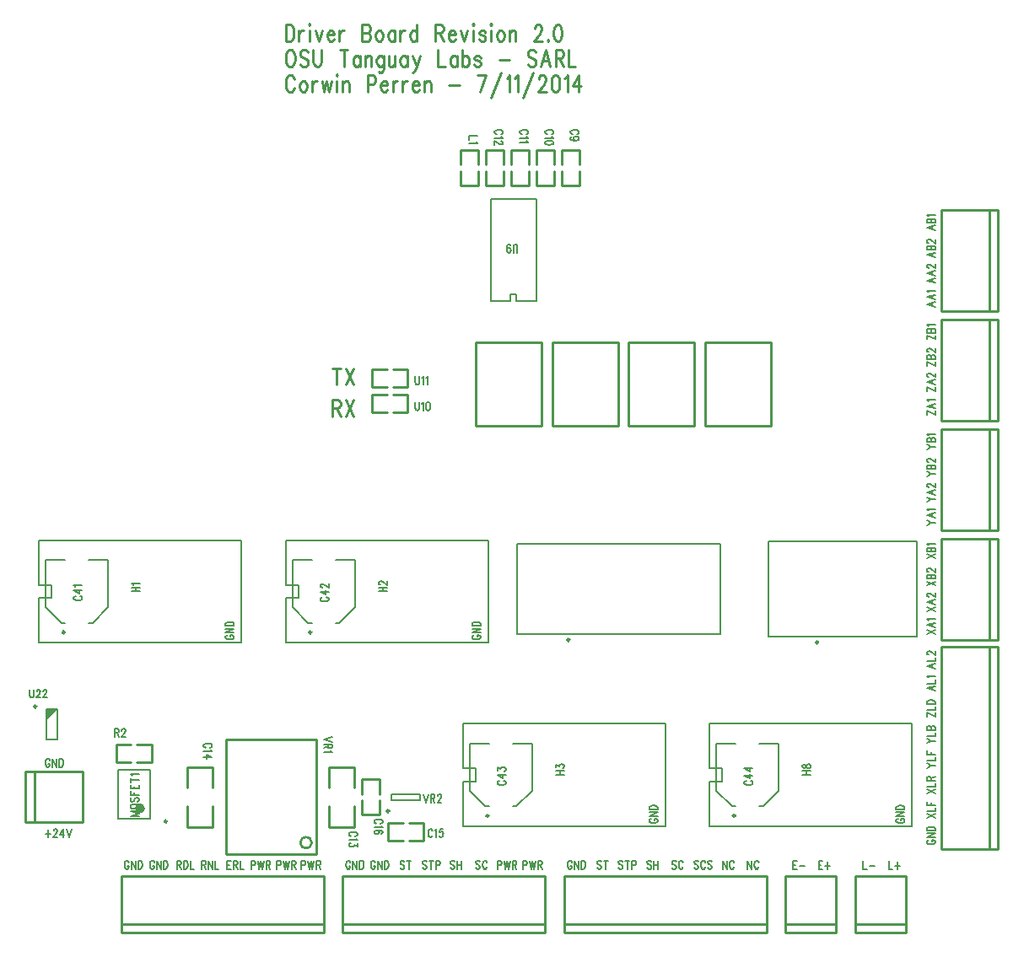
<source format=gto>
*
*
G04 PADS 9.5 Build Number: 522968 generated Gerber (RS-274-X) file*
G04 PC Version=2.1*
*
%IN "DriverBoardRev2.pcb"*%
*
%MOIN*%
*
%FSLAX35Y35*%
*
*
*
*
G04 PC Standard Apertures*
*
*
G04 Thermal Relief Aperture macro.*
%AMTER*
1,1,$1,0,0*
1,0,$1-$2,0,0*
21,0,$3,$4,0,0,45*
21,0,$3,$4,0,0,135*
%
*
*
G04 Annular Aperture macro.*
%AMANN*
1,1,$1,0,0*
1,0,$2,0,0*
%
*
*
G04 Odd Aperture macro.*
%AMODD*
1,1,$1,0,0*
1,0,$1-0.005,0,0*
%
*
*
G04 PC Custom Aperture Macros*
*
*
*
*
*
*
G04 PC Aperture Table*
*
%ADD010C,0.001*%
%ADD011C,0.01*%
%ADD012C,0.005*%
%ADD040C,0.00787*%
%ADD214C,0.01969*%
%ADD215C,0.00984*%
%ADD219C,0.00504*%
*
*
*
*
G04 PC Circuitry*
G04 Layer Name DriverBoardRev2.pcb - circuitry*
%LPD*%
*
*
G04 PC Custom Flashes*
G04 Layer Name DriverBoardRev2.pcb - flashes*
%LPD*%
*
*
G04 PC Circuitry*
G04 Layer Name DriverBoardRev2.pcb - circuitry*
%LPD*%
*
G54D10*
G54D11*
G01X362350Y246406D02*
Y286406D01*
X384850*
Y246406*
X362350*
X381350D02*
Y286406D01*
X362350Y203098D02*
Y243098D01*
X384850*
Y203098*
X362350*
X381350D02*
Y243098D01*
X362350Y159791D02*
Y199791D01*
X384850*
Y159791*
X362350*
X381350D02*
Y199791D01*
X362350Y116484D02*
Y156484D01*
X384850*
Y116484*
X362350*
X381350D02*
Y156484D01*
X362350Y33807D02*
Y113807D01*
X384850*
Y33807*
X362350*
X381350D02*
Y113807D01*
X328276Y23000D02*
X348276D01*
Y500*
X328276*
Y23000*
Y4000D02*
X348276D01*
X300776Y23000D02*
X320776D01*
Y500*
X300776*
Y23000*
Y4000D02*
X320776D01*
X269079Y233909D02*
X295079D01*
Y200909*
X269079*
Y233909*
X238843D02*
X264843D01*
Y200909*
X238843*
Y233909*
X213276Y23000D02*
X293276D01*
Y500*
X213276*
Y23000*
Y4000D02*
X293276D01*
X219276Y304200D02*
Y310000D01*
X212276*
Y304200*
X219276Y301800D02*
Y296000D01*
X212276*
Y301800*
X208606Y233909D02*
X234606D01*
Y200909*
X208606*
Y233909*
X202276Y301800D02*
Y296000D01*
X209276*
Y301800*
X202276Y304200D02*
Y310000D01*
X209276*
Y304200*
X192276Y301800D02*
Y296000D01*
X199276*
Y301800*
X192276Y304200D02*
Y310000D01*
X199276*
Y304200*
X182276Y301800D02*
Y296000D01*
X189276*
Y301800*
X182276Y304200D02*
Y310000D01*
X189276*
Y304200*
X178350Y233909D02*
X204350D01*
Y200909*
X178350*
Y233909*
X172276Y301800D02*
Y296000D01*
X179276*
Y301800*
X172276Y304200D02*
Y310000D01*
X179276*
Y304200*
X151976Y37000D02*
X157776D01*
Y44000*
X151976*
X149576Y37000D02*
X143776D01*
Y44000*
X149576*
X143237Y223252D02*
X137437D01*
Y216252*
X143237*
X145637Y223252D02*
X151437D01*
Y216252*
X145637*
X143237Y213252D02*
X137437D01*
Y206252*
X143237*
X145637Y213252D02*
X151437D01*
Y206252*
X145637*
X140526Y55450D02*
Y61250D01*
X133526*
Y55450*
X140526Y53050D02*
Y47250D01*
X133526*
Y53050*
X125776Y23000D02*
X205776D01*
Y500*
X125776*
Y23000*
Y4000D02*
X205776D01*
X130303Y58000D02*
Y66050D01*
X120303*
Y58000*
X130303Y50500D02*
Y42450D01*
X120303*
Y50500*
X79831Y31563D02*
Y76839D01*
X115264*
Y31563*
X79831*
X113531Y36201D02*
G75*
G03X113531I-2236J0D01*
G01X64526Y50500D02*
Y42450D01*
X74526*
Y50500*
X64526Y58000D02*
Y66050D01*
X74526*
Y58000*
X38276Y23000D02*
X118276D01*
Y500*
X38276*
Y23000*
Y4000D02*
X118276D01*
X42046Y75152D02*
X36246D01*
Y68152*
X42046*
X44446Y75152D02*
X50246D01*
Y68152*
X44446*
X23000Y64250D02*
Y44250D01*
X500*
Y64250*
X23000*
X4000D02*
Y44250D01*
X123351Y223795D02*
Y217232D01*
X121760Y223795D02*
X124942D01*
X126987D02*
X130169Y217232D01*
Y223795D02*
X126987Y217232D01*
X121760Y211196D02*
Y204634D01*
Y211196D02*
X123805D01*
X124487Y210884*
X124714Y210571*
X124942Y209946*
Y209321*
X124714Y208696*
X124487Y208384*
X123805Y208071*
X121760*
X123351D02*
X124942Y204634D01*
X126987Y211196D02*
X130169Y204634D01*
Y211196D02*
X126987Y204634D01*
X103276Y359563D02*
Y353000D01*
Y359563D02*
X104866D01*
X104866D02*
X105548Y359250D01*
X106003Y358625*
X106230Y358000*
X106457Y357063*
X106457D02*
Y355500D01*
X106230Y354563*
X106230D02*
X106003Y353938D01*
X106003D02*
X105548Y353313D01*
X105548D02*
X104866Y353000D01*
X104866D02*
X103276D01*
X108503Y357375D02*
Y353000D01*
Y355500D02*
X108730Y356438D01*
X108730D02*
X109185Y357063D01*
X109185D02*
X109639Y357375D01*
X110321*
X112366Y359563D02*
X112594Y359250D01*
X112821Y359563*
X112821D02*
X112594Y359875D01*
X112366Y359563*
X112594Y357375D02*
Y353000D01*
X114866Y357375D02*
X116230Y353000D01*
X117594Y357375D02*
X116230Y353000D01*
X119639Y355500D02*
X122366D01*
X122366D02*
Y356125D01*
X122366D02*
X122139Y356750D01*
X121912Y357063*
X121912D02*
X121457Y357375D01*
X120776*
X120321Y357063*
X120321D02*
X119866Y356438D01*
X119866D02*
X119639Y355500D01*
Y354875*
X119866Y353938*
X119866D02*
X120321Y353313D01*
X120321D02*
X120776Y353000D01*
X121457*
X121912Y353313*
X121912D02*
X122366Y353938D01*
X124412Y357375D02*
Y353000D01*
Y355500D02*
X124639Y356438D01*
X124639D02*
X125094Y357063D01*
X125094D02*
X125548Y357375D01*
X126230*
X133503Y359563D02*
Y353000D01*
Y359563D02*
X135548D01*
X135548D02*
X136230Y359250D01*
X136457Y358938*
X136457D02*
X136685Y358313D01*
X136685D02*
Y357688D01*
X136685D02*
X136457Y357063D01*
X136457D02*
X136230Y356750D01*
X135548Y356438*
X133503D02*
X135548D01*
X135548D02*
X136230Y356125D01*
X136457Y355813*
X136457D02*
X136685Y355188D01*
X136685D02*
Y354250D01*
X136457Y353625*
X136230Y353313*
X136230D02*
X135548Y353000D01*
X133503*
X139866Y357375D02*
X139412Y357063D01*
X139412D02*
X138957Y356438D01*
X138957D02*
X138730Y355500D01*
Y354875*
X138957Y353938*
X138957D02*
X139412Y353313D01*
X139412D02*
X139866Y353000D01*
X139866D02*
X140548D01*
X141003Y353313*
X141003D02*
X141457Y353938D01*
X141457D02*
X141685Y354875D01*
Y355500*
X141457Y356438*
X141457D02*
X141003Y357063D01*
X141003D02*
X140548Y357375D01*
X139866*
X146457D02*
Y353000D01*
Y356438D02*
X146003Y357063D01*
X146003D02*
X145548Y357375D01*
X144866*
X144866D02*
X144412Y357063D01*
X144412D02*
X143957Y356438D01*
X143957D02*
X143730Y355500D01*
Y354875*
X143957Y353938*
X143957D02*
X144412Y353313D01*
X144412D02*
X144866Y353000D01*
X144866D02*
X145548D01*
X146003Y353313*
X146003D02*
X146457Y353938D01*
X148503Y357375D02*
Y353000D01*
Y355500D02*
X148730Y356438D01*
X148730D02*
X149185Y357063D01*
X149185D02*
X149639Y357375D01*
X150321*
X155094Y359563D02*
Y353000D01*
Y356438D02*
X154639Y357063D01*
X154639D02*
X154185Y357375D01*
X153503*
X153048Y357063*
X153048D02*
X152594Y356438D01*
X152594D02*
X152366Y355500D01*
X152366D02*
Y354875D01*
X152366D02*
X152594Y353938D01*
X152594D02*
X153048Y353313D01*
X153048D02*
X153503Y353000D01*
X154185*
X154639Y353313*
X154639D02*
X155094Y353938D01*
X162366Y359563D02*
Y353000D01*
Y359563D02*
X164412D01*
X164412D02*
X165094Y359250D01*
X165321Y358938*
X165321D02*
X165548Y358313D01*
X165548D02*
Y357688D01*
X165548D02*
X165321Y357063D01*
X165321D02*
X165094Y356750D01*
X164412Y356438*
X164412D02*
X162366D01*
X163957D02*
X165548Y353000D01*
X167594Y355500D02*
X170321D01*
Y356125*
X170094Y356750*
X169866Y357063*
X169866D02*
X169412Y357375D01*
X168730*
X168276Y357063*
X168276D02*
X167821Y356438D01*
X167821D02*
X167594Y355500D01*
Y354875*
X167821Y353938*
X167821D02*
X168276Y353313D01*
X168276D02*
X168730Y353000D01*
X169412*
X169866Y353313*
X169866D02*
X170321Y353938D01*
X172366Y357375D02*
X173730Y353000D01*
X175094Y357375D02*
X173730Y353000D01*
X177139Y359563D02*
X177366Y359250D01*
X177366D02*
X177594Y359563D01*
X177594D02*
X177366Y359875D01*
X177366D02*
X177139Y359563D01*
X177366Y357375D02*
Y353000D01*
X182139Y356438D02*
X181912Y357063D01*
X181912D02*
X181230Y357375D01*
X180548*
X179866Y357063*
X179866D02*
X179639Y356438D01*
X179639D02*
X179866Y355813D01*
X179866D02*
X180321Y355500D01*
X181457Y355188*
X181457D02*
X181912Y354875D01*
X182139Y354250*
Y353938*
X182139D02*
X181912Y353313D01*
X181912D02*
X181230Y353000D01*
X180548*
X179866Y353313*
X179866D02*
X179639Y353938D01*
X184185Y359563D02*
X184412Y359250D01*
X184639Y359563*
X184639D02*
X184412Y359875D01*
X184185Y359563*
X184412Y357375D02*
Y353000D01*
X187821Y357375D02*
X187366Y357063D01*
X187366D02*
X186912Y356438D01*
X186912D02*
X186685Y355500D01*
Y354875*
X186912Y353938*
X186912D02*
X187366Y353313D01*
X187366D02*
X187821Y353000D01*
X188503*
X188957Y353313*
X188957D02*
X189412Y353938D01*
X189412D02*
X189639Y354875D01*
Y355500*
X189412Y356438*
X189412D02*
X188957Y357063D01*
X188957D02*
X188503Y357375D01*
X187821*
X191685D02*
Y353000D01*
Y356125D02*
X192366Y357063D01*
X192366D02*
X192821Y357375D01*
X193503*
X193957Y357063*
X193957D02*
X194185Y356125D01*
Y353000*
X201685Y358000D02*
Y358313D01*
X201685D02*
X201912Y358938D01*
X201912D02*
X202139Y359250D01*
X202594Y359563*
X202594D02*
X203503D01*
X203503D02*
X203957Y359250D01*
X204185Y358938*
X204185D02*
X204412Y358313D01*
X204412D02*
Y357688D01*
X204412D02*
X204185Y357063D01*
X204185D02*
X203730Y356125D01*
X201457Y353000*
X204639*
X206912Y353625D02*
X206685Y353313D01*
X206685D02*
X206912Y353000D01*
X207139Y353313*
X207139D02*
X206912Y353625D01*
X210548Y359563D02*
X209866Y359250D01*
X209866D02*
X209412Y358313D01*
X209412D02*
X209185Y356750D01*
Y355813*
X209185D02*
X209412Y354250D01*
X209866Y353313*
X209866D02*
X210548Y353000D01*
X211003*
X211685Y353313*
X211685D02*
X212139Y354250D01*
X212366Y355813*
X212366D02*
Y356750D01*
X212366D02*
X212139Y358313D01*
X212139D02*
X211685Y359250D01*
X211003Y359563*
X211003D02*
X210548D01*
X104639Y349563D02*
X104185Y349250D01*
X103730Y348625*
X103503Y348000*
X103276Y347063*
X103276D02*
Y345500D01*
X103503Y344563*
X103503D02*
X103730Y343938D01*
X103730D02*
X104185Y343313D01*
X104185D02*
X104639Y343000D01*
X105548*
X106003Y343313*
X106003D02*
X106457Y343938D01*
X106457D02*
X106685Y344563D01*
X106685D02*
X106912Y345500D01*
Y347063*
X106912D02*
X106685Y348000D01*
X106457Y348625*
X106003Y349250*
X105548Y349563*
X105548D02*
X104639D01*
X112139Y348625D02*
X111685Y349250D01*
X111003Y349563*
X111003D02*
X110094D01*
X110094D02*
X109412Y349250D01*
X108957Y348625*
Y348000*
X109185Y347375*
X109412Y347063*
X109412D02*
X109866Y346750D01*
X109866D02*
X111230Y346125D01*
X111685Y345813*
X111685D02*
X111912Y345500D01*
X112139Y344875*
Y343938*
X112139D02*
X111685Y343313D01*
X111685D02*
X111003Y343000D01*
X110094*
X109412Y343313*
X109412D02*
X108957Y343938D01*
X114185Y349563D02*
Y344875D01*
X114412Y343938*
X114412D02*
X114866Y343313D01*
X114866D02*
X115548Y343000D01*
X116003*
X116685Y343313*
X116685D02*
X117139Y343938D01*
X117139D02*
X117366Y344875D01*
X117366D02*
Y349563D01*
X126230D02*
Y343000D01*
X124639Y349563D02*
X127821D01*
X132594Y347375D02*
Y343000D01*
Y346438D02*
X132139Y347063D01*
X132139D02*
X131685Y347375D01*
X131003*
X130548Y347063*
X130548D02*
X130094Y346438D01*
X130094D02*
X129866Y345500D01*
X129866D02*
Y344875D01*
X129866D02*
X130094Y343938D01*
X130094D02*
X130548Y343313D01*
X130548D02*
X131003Y343000D01*
X131685*
X132139Y343313*
X132139D02*
X132594Y343938D01*
X134639Y347375D02*
Y343000D01*
Y346125D02*
X135321Y347063D01*
X135321D02*
X135776Y347375D01*
X136457*
X136912Y347063*
X136912D02*
X137139Y346125D01*
Y343000*
X141912Y347375D02*
Y342375D01*
X141685Y341437*
X141685D02*
X141457Y341125D01*
X141003Y340812*
X141003D02*
X140321D01*
X140321D02*
X139866Y341125D01*
X141912Y346438D02*
X141457Y347063D01*
X141457D02*
X141003Y347375D01*
X140321*
X139866Y347063*
X139866D02*
X139412Y346438D01*
X139412D02*
X139185Y345500D01*
Y344875*
X139412Y343938*
X139412D02*
X139866Y343313D01*
X139866D02*
X140321Y343000D01*
X141003*
X141457Y343313*
X141457D02*
X141912Y343938D01*
X143957Y347375D02*
Y344250D01*
X144185Y343313*
X144185D02*
X144639Y343000D01*
X145321*
X145776Y343313*
X145776D02*
X146457Y344250D01*
Y347375D02*
Y343000D01*
X151230Y347375D02*
Y343000D01*
Y346438D02*
X150776Y347063D01*
X150776D02*
X150321Y347375D01*
X149639*
X149185Y347063*
X149185D02*
X148730Y346438D01*
X148730D02*
X148503Y345500D01*
Y344875*
X148730Y343938*
X148730D02*
X149185Y343313D01*
X149185D02*
X149639Y343000D01*
X150321*
X150776Y343313*
X150776D02*
X151230Y343938D01*
X153503Y347375D02*
X154866Y343000D01*
X156230Y347375D02*
X154866Y343000D01*
X154866D02*
X154412Y341750D01*
X153957Y341125*
X153503Y340812*
X153503D02*
X153276D01*
X163503Y349563D02*
Y343000D01*
X166230*
X171003Y347375D02*
Y343000D01*
Y346438D02*
X170548Y347063D01*
X170548D02*
X170094Y347375D01*
X169412*
X168957Y347063*
X168957D02*
X168503Y346438D01*
X168503D02*
X168276Y345500D01*
Y344875*
X168503Y343938*
X168503D02*
X168957Y343313D01*
X168957D02*
X169412Y343000D01*
X170094*
X170548Y343313*
X170548D02*
X171003Y343938D01*
X173048Y349563D02*
Y343000D01*
Y346438D02*
X173503Y347063D01*
X173503D02*
X173957Y347375D01*
X174639*
X175094Y347063*
X175094D02*
X175548Y346438D01*
X175548D02*
X175776Y345500D01*
Y344875*
X175548Y343938*
X175548D02*
X175094Y343313D01*
X175094D02*
X174639Y343000D01*
X173957*
X173503Y343313*
X173503D02*
X173048Y343938D01*
X180321Y346438D02*
X180094Y347063D01*
X180094D02*
X179412Y347375D01*
X178730*
X178048Y347063*
X178048D02*
X177821Y346438D01*
X177821D02*
X178048Y345813D01*
X178048D02*
X178503Y345500D01*
X179639Y345188*
X179639D02*
X180094Y344875D01*
X180321Y344250*
Y343938*
X180321D02*
X180094Y343313D01*
X180094D02*
X179412Y343000D01*
X178730*
X178048Y343313*
X178048D02*
X177821Y343938D01*
X187594Y345813D02*
X191685D01*
X202139Y348625D02*
X201685Y349250D01*
X201003Y349563*
X201003D02*
X200094D01*
X200094D02*
X199412Y349250D01*
X198957Y348625*
Y348000*
X199185Y347375*
X199412Y347063*
X199412D02*
X199866Y346750D01*
X199866D02*
X201230Y346125D01*
X201685Y345813*
X201685D02*
X201912Y345500D01*
X202139Y344875*
Y343938*
X202139D02*
X201685Y343313D01*
X201685D02*
X201003Y343000D01*
X200094*
X199412Y343313*
X199412D02*
X198957Y343938D01*
X206003Y349563D02*
X204185Y343000D01*
X206003Y349563D02*
X207821Y343000D01*
X204866Y345188D02*
X207139D01*
X209866Y349563D02*
Y343000D01*
Y349563D02*
X211912D01*
X211912D02*
X212594Y349250D01*
X212821Y348938*
X212821D02*
X213048Y348313D01*
X213048D02*
Y347688D01*
X213048D02*
X212821Y347063D01*
X212821D02*
X212594Y346750D01*
X211912Y346438*
X211912D02*
X209866D01*
X211457D02*
X213048Y343000D01*
X215094Y349563D02*
Y343000D01*
X217821*
X106685Y338000D02*
X106457Y338625D01*
X106003Y339250*
X105548Y339563*
X105548D02*
X104639D01*
X104639D02*
X104185Y339250D01*
X103730Y338625*
X103503Y338000*
X103276Y337063*
X103276D02*
Y335500D01*
X103503Y334563*
X103503D02*
X103730Y333938D01*
X103730D02*
X104185Y333313D01*
X104185D02*
X104639Y333000D01*
X105548*
X106003Y333313*
X106003D02*
X106457Y333938D01*
X106457D02*
X106685Y334563D01*
X109866Y337375D02*
X109412Y337063D01*
X109412D02*
X108957Y336438D01*
X108957D02*
X108730Y335500D01*
Y334875*
X108957Y333938*
X108957D02*
X109412Y333313D01*
X109412D02*
X109866Y333000D01*
X109866D02*
X110548D01*
X111003Y333313*
X111003D02*
X111457Y333938D01*
X111457D02*
X111685Y334875D01*
Y335500*
X111457Y336438*
X111457D02*
X111003Y337063D01*
X111003D02*
X110548Y337375D01*
X109866*
X113730D02*
Y333000D01*
Y335500D02*
X113957Y336438D01*
X113957D02*
X114412Y337063D01*
X114412D02*
X114866Y337375D01*
X114866D02*
X115548D01*
X117594D02*
X118503Y333000D01*
X119412Y337375D02*
X118503Y333000D01*
X119412Y337375D02*
X120321Y333000D01*
X121230Y337375D02*
X120321Y333000D01*
X123276Y339563D02*
X123503Y339250D01*
X123730Y339563*
X123730D02*
X123503Y339875D01*
X123276Y339563*
X123503Y337375D02*
Y333000D01*
X125776Y337375D02*
Y333000D01*
Y336125D02*
X126457Y337063D01*
X126457D02*
X126912Y337375D01*
X127594*
X128048Y337063*
X128048D02*
X128276Y336125D01*
Y333000*
X135548Y339563D02*
Y333000D01*
Y339563D02*
X137594D01*
X137594D02*
X138276Y339250D01*
X138503Y338938*
X138503D02*
X138730Y338313D01*
X138730D02*
Y337375D01*
X138503Y336750*
X138276Y336438*
X138276D02*
X137594Y336125D01*
X135548*
X140776Y335500D02*
X143503D01*
Y336125*
X143276Y336750*
X143048Y337063*
X143048D02*
X142594Y337375D01*
X141912*
X141457Y337063*
X141457D02*
X141003Y336438D01*
X141003D02*
X140776Y335500D01*
Y334875*
X141003Y333938*
X141003D02*
X141457Y333313D01*
X141457D02*
X141912Y333000D01*
X142594*
X143048Y333313*
X143048D02*
X143503Y333938D01*
X145548Y337375D02*
Y333000D01*
Y335500D02*
X145776Y336438D01*
X145776D02*
X146230Y337063D01*
X146230D02*
X146685Y337375D01*
X147366*
X149412D02*
Y333000D01*
Y335500D02*
X149639Y336438D01*
X149639D02*
X150094Y337063D01*
X150094D02*
X150548Y337375D01*
X151230*
X153276Y335500D02*
X156003D01*
Y336125*
X155776Y336750*
X155548Y337063*
X155548D02*
X155094Y337375D01*
X154412*
X153957Y337063*
X153957D02*
X153503Y336438D01*
X153503D02*
X153276Y335500D01*
Y334875*
X153503Y333938*
X153503D02*
X153957Y333313D01*
X153957D02*
X154412Y333000D01*
X155094*
X155548Y333313*
X155548D02*
X156003Y333938D01*
X158048Y337375D02*
Y333000D01*
Y336125D02*
X158730Y337063D01*
X158730D02*
X159185Y337375D01*
X159866*
X159866D02*
X160321Y337063D01*
X160321D02*
X160548Y336125D01*
Y333000*
X167821Y335813D02*
X171912D01*
X182366Y339563D02*
X180094Y333000D01*
X179185Y339563D02*
X182366D01*
X188503Y340813D02*
X184412Y330812D01*
X190548Y338313D02*
X191003Y338625D01*
X191685Y339563*
X191685D02*
Y333000D01*
X193730Y338313D02*
X194185Y338625D01*
X194866Y339563*
X194866D02*
Y333000D01*
X201003Y340813D02*
X196912Y330812D01*
X203276Y338000D02*
Y338313D01*
X203276D02*
X203503Y338938D01*
X203503D02*
X203730Y339250D01*
X204185Y339563*
X204185D02*
X205094D01*
X205094D02*
X205548Y339250D01*
X205776Y338938*
X205776D02*
X206003Y338313D01*
X206003D02*
Y337688D01*
X206003D02*
X205776Y337063D01*
X205776D02*
X205321Y336125D01*
X203048Y333000*
X206230*
X209639Y339563D02*
X208957Y339250D01*
X208503Y338313*
X208503D02*
X208276Y336750D01*
Y335813*
X208276D02*
X208503Y334250D01*
X208957Y333313*
X208957D02*
X209639Y333000D01*
X210094*
X210776Y333313*
X210776D02*
X211230Y334250D01*
X211457Y335813*
X211457D02*
Y336750D01*
X211230Y338313*
X211230D02*
X210776Y339250D01*
X210094Y339563*
X210094D02*
X209639D01*
X213503Y338313D02*
X213957Y338625D01*
X214639Y339563*
X214639D02*
Y333000D01*
X218957Y339563D02*
X216685Y335188D01*
X216685D02*
X220094D01*
X218957Y339563D02*
Y333000D01*
G54D12*
X345276Y45705D02*
X344963Y45591D01*
X344651Y45364*
X344494Y45136*
Y44682*
X344651Y44455*
X344963Y44227*
X345276Y44114*
X345744Y44000*
X346526*
X346994Y44114*
X347307Y44227*
X347619Y44455*
X347776Y44682*
Y45136*
X347619Y45364*
X347307Y45591*
X346994Y45705*
X346526*
Y45136D02*
Y45705D01*
X344494Y46727D02*
X347776D01*
X344494D02*
X347776Y48318D01*
X344494D02*
X347776D01*
X344494Y49341D02*
X347776D01*
X344494D02*
Y50136D01*
X344651Y50477*
X344963Y50705*
X345276Y50818*
X345744Y50932*
X346526*
X346994Y50818*
X347307Y50705*
X347619Y50477*
X347776Y50136*
Y49341*
X247776Y45705D02*
X247463Y45591D01*
X247151Y45364*
X246994Y45136*
Y44682*
X247151Y44455*
X247463Y44227*
X247776Y44114*
X248244Y44000*
X249026*
X249494Y44114*
X249807Y44227*
X250119Y44455*
X250276Y44682*
Y45136*
X250119Y45364*
X249807Y45591*
X249494Y45705*
X249026*
Y45136D02*
Y45705D01*
X246994Y46727D02*
X250276D01*
X246994D02*
X250276Y48318D01*
X246994D02*
X250276D01*
X246994Y49341D02*
X250276D01*
X246994D02*
Y50136D01*
X247151Y50477*
X247463Y50705*
X247776Y50818*
X248244Y50932*
X249026*
X249494Y50818*
X249807Y50705*
X250119Y50477*
X250276Y50136*
Y49341*
X177776Y118205D02*
X177463Y118091D01*
X177151Y117864*
X176994Y117636*
Y117182*
X177151Y116955*
X177463Y116727*
X177776Y116614*
X178244Y116500*
X179026*
X179494Y116614*
X179807Y116727*
X180119Y116955*
X180276Y117182*
Y117636*
X180119Y117864*
X179807Y118091*
X179494Y118205*
X179026*
Y117636D02*
Y118205D01*
X176994Y119227D02*
X180276D01*
X176994D02*
X180276Y120818D01*
X176994D02*
X180276D01*
X176994Y121841D02*
X180276D01*
X176994D02*
Y122636D01*
X177151Y122977*
X177463Y123205*
X177776Y123318*
X178244Y123432*
X179026*
X179494Y123318*
X179807Y123205*
X180119Y122977*
X180276Y122636*
Y121841*
X80276Y118205D02*
X79963Y118091D01*
X79651Y117864*
X79494Y117636*
Y117182*
X79651Y116955*
X79963Y116727*
X80276Y116614*
X80744Y116500*
X81526*
X81994Y116614*
X82307Y116727*
X82619Y116955*
X82776Y117182*
Y117636*
X82619Y117864*
X82307Y118091*
X81994Y118205*
X81526*
Y117636D02*
Y118205D01*
X79494Y119227D02*
X82776D01*
X79494D02*
X82776Y120818D01*
X79494D02*
X82776D01*
X79494Y121841D02*
X82776D01*
X79494D02*
Y122636D01*
X79651Y122977*
X79963Y123205*
X80276Y123318*
X80744Y123432*
X81526*
X81994Y123318*
X82307Y123205*
X82619Y122977*
X82776Y122636*
Y121841*
X285229Y60648D02*
X284916Y60534D01*
X284604Y60307*
X284447Y60080*
Y59625*
X284604Y59398*
X284916Y59170*
X285229Y59057*
X285697Y58943*
X286479*
X286947Y59057*
X287260Y59170*
X287572Y59398*
X287729Y59625*
Y60080*
X287572Y60307*
X287260Y60534*
X286947Y60648*
X284447Y62807D02*
X286635Y61670D01*
Y63375*
X284447Y62807D02*
X287729D01*
X284447Y65534D02*
X286635Y64398D01*
Y66102*
X284447Y65534D02*
X287729D01*
X307494Y63000D02*
X310776D01*
X307494Y64591D02*
X310776D01*
X309057Y63000D02*
Y64591D01*
X307494Y66182D02*
X307651Y65841D01*
X307963Y65727*
X308276*
X308588Y65841*
X308744Y66068*
X308901Y66523*
X309057Y66864*
X309369Y67091*
X309682Y67205*
X310151*
X310463Y67091*
X310619Y66977*
X310776Y66636*
Y66182*
X310619Y65841*
X310463Y65727*
X310151Y65614*
X309682*
X309369Y65727*
X309057Y65955*
X308901Y66295*
X308744Y66750*
X308588Y66977*
X308276Y67091*
X307963*
X307651Y66977*
X307494Y66636*
Y66182*
X218276Y316295D02*
X218588Y316409D01*
X218901Y316636*
X219057Y316864*
Y317318*
X218901Y317545*
X218588Y317773*
X218276Y317886*
X217807Y318000*
X217026*
X216557Y317886*
X216244Y317773*
X215932Y317545*
X215776Y317318*
Y316864*
X215932Y316636*
X216244Y316409*
X216557Y316295*
X217963Y313795D02*
X217494Y313909D01*
X217182Y314136*
X217026Y314477*
Y314591*
X217182Y314932*
X217494Y315159*
X217963Y315273*
X218119*
X218588Y315159*
X218901Y314932*
X219057Y314591*
Y314477*
X218901Y314136*
X218588Y313909*
X217963Y313795*
X217182*
X216401Y313909*
X215932Y314136*
X215776Y314477*
Y314705*
X215932Y315045*
X216244Y315159*
X208276Y316295D02*
X208588Y316409D01*
X208901Y316636*
X209057Y316864*
Y317318*
X208901Y317545*
X208588Y317773*
X208276Y317886*
X207807Y318000*
X207026*
X206557Y317886*
X206244Y317773*
X205932Y317545*
X205776Y317318*
Y316864*
X205932Y316636*
X206244Y316409*
X206557Y316295*
X208432Y315273D02*
X208588Y315045D01*
X209057Y314705*
X205776*
X209057Y313000D02*
X208901Y313341D01*
X208432Y313568*
X207651Y313682*
X207182*
X206401Y313568*
X205932Y313341*
X205776Y313000*
Y312773*
X205932Y312432*
X206401Y312205*
X207182Y312091*
X207651*
X208432Y312205*
X208901Y312432*
X209057Y312773*
Y313000*
X198276Y316295D02*
X198588Y316409D01*
X198901Y316636*
X199057Y316864*
Y317318*
X198901Y317545*
X198588Y317773*
X198276Y317886*
X197807Y318000*
X197026*
X196557Y317886*
X196244Y317773*
X195932Y317545*
X195776Y317318*
Y316864*
X195932Y316636*
X196244Y316409*
X196557Y316295*
X198432Y315273D02*
X198588Y315045D01*
X199057Y314705*
X195776*
X198432Y313682D02*
X198588Y313455D01*
X199057Y313114*
X195776*
X194831Y269384D02*
Y271728D01*
X194717Y272197*
X194490Y272509*
X194149Y272665*
X193922*
X193581Y272509*
X193353Y272197*
X193240Y271728*
Y269384*
X190740Y270478D02*
X190853Y270947D01*
X191081Y271259*
X191422Y271415*
X191535*
X191876Y271259*
X192103Y270947*
X192217Y270478*
Y270322*
X192103Y269853*
X191876Y269540*
X191535Y269384*
X191422*
X191081Y269540*
X190853Y269853*
X190740Y270478*
Y271259*
X190853Y272040*
X191081Y272509*
X191422Y272665*
X191649*
X191990Y272509*
X192103Y272197*
X188276Y316295D02*
X188588Y316409D01*
X188901Y316636*
X189057Y316864*
Y317318*
X188901Y317545*
X188588Y317773*
X188276Y317886*
X187807Y318000*
X187026*
X186557Y317886*
X186244Y317773*
X185932Y317545*
X185776Y317318*
Y316864*
X185932Y316636*
X186244Y316409*
X186557Y316295*
X188432Y315273D02*
X188588Y315045D01*
X189057Y314705*
X185776*
X188276Y313568D02*
X188432D01*
X188744Y313455*
X188901Y313341*
X189057Y313114*
Y312659*
X188901Y312432*
X188744Y312318*
X188432Y312205*
X188119*
X187807Y312318*
X187338Y312545*
X185776Y313682*
Y312091*
X187729Y60705D02*
X187416Y60591D01*
X187104Y60364*
X186947Y60136*
Y59682*
X187104Y59455*
X187416Y59227*
X187729Y59114*
X188197Y59000*
X188979*
X189447Y59114*
X189760Y59227*
X190072Y59455*
X190229Y59682*
Y60136*
X190072Y60364*
X189760Y60591*
X189447Y60705*
X186947Y62864D02*
X189135Y61727D01*
Y63432*
X186947Y62864D02*
X190229D01*
X186947Y64682D02*
Y65932D01*
X188197Y65250*
Y65591*
X188354Y65818*
X188510Y65932*
X188979Y66045*
X189291*
X189760Y65932*
X190072Y65705*
X190229Y65364*
Y65023*
X190072Y64682*
X189916Y64568*
X189604Y64455*
X209994Y63000D02*
X213276D01*
X209994Y64591D02*
X213276D01*
X211557Y63000D02*
Y64591D01*
X209994Y65841D02*
Y67091D01*
X211244Y66409*
Y66750*
X211401Y66977*
X211557Y67091*
X212026Y67205*
X212338*
X212807Y67091*
X213119Y66864*
X213276Y66523*
Y66182*
X213119Y65841*
X212963Y65727*
X212651Y65614*
X179057Y315500D02*
X175776D01*
Y314136*
X178432Y313114D02*
X178588Y312886D01*
X179057Y312545*
X175776*
X161260Y40835D02*
X161146Y41147D01*
X160919Y41460*
X160691Y41616*
X160237*
X160010Y41460*
X159782Y41147*
X159669Y40835*
X159555Y40366*
Y39585*
X159669Y39116*
X159782Y38803*
X160010Y38491*
X160237Y38335*
X160691*
X160919Y38491*
X161146Y38803*
X161260Y39116*
X162282Y40991D02*
X162510Y41147D01*
X162851Y41616*
Y38335*
X165351Y41616D02*
X164214D01*
X164101Y40210*
X164214Y40366*
X164555Y40522*
X164896*
X165237Y40366*
X165464Y40053*
X165578Y39585*
X165464Y39272*
X165351Y38803*
X165123Y38491*
X164782Y38335*
X164441*
X164101Y38491*
X163987Y38647*
X163873Y38960*
X157760Y55346D02*
X158669Y52065D01*
X159578Y55346D02*
X158669Y52065D01*
X160601Y55346D02*
Y52065D01*
Y55346D02*
X161623D01*
X161964Y55190*
X162078Y55033*
X162192Y54721*
Y54408*
X162078Y54096*
X161964Y53940*
X161623Y53783*
X160601*
X161396D02*
X162192Y52065D01*
X163328Y54565D02*
Y54721D01*
X163442Y55033*
X163555Y55190*
X163783Y55346*
X164237*
X164464Y55190*
X164578Y55033*
X164692Y54721*
Y54408*
X164578Y54096*
X164351Y53627*
X163214Y52065*
X164805*
X154516Y220514D02*
Y218170D01*
X154629Y217701*
X154857Y217389*
X155198Y217232*
X155425*
X155766Y217389*
X155993Y217701*
X156107Y218170*
Y220514*
X157129Y219889D02*
X157357Y220045D01*
X157698Y220514*
Y217232*
X158720Y219889D02*
X158948Y220045D01*
X159288Y220514*
Y217232*
X154516Y210435D02*
Y208091D01*
X154629Y207622*
X154857Y207310*
X155198Y207154*
X155425*
X155766Y207310*
X155993Y207622*
X156107Y208091*
Y210435*
X157129Y209810D02*
X157357Y209966D01*
X157698Y210435*
Y207154*
X159402Y210435D02*
X159061Y210279D01*
X158834Y209810*
X158720Y209029*
Y208560*
X158834Y207779*
X159061Y207310*
X159402Y207154*
X159629*
X159970Y207310*
X160198Y207779*
X160311Y208560*
Y209029*
X160198Y209810*
X159970Y210279*
X159629Y210435*
X159402*
X140795Y43746D02*
X141108Y43860D01*
X141420Y44087*
X141577Y44314*
Y44769*
X141420Y44996*
X141108Y45224*
X140795Y45337*
X140327Y45451*
X139545*
X139077Y45337*
X138764Y45224*
X138452Y44996*
X138295Y44769*
Y44314*
X138452Y44087*
X138764Y43860*
X139077Y43746*
X140952Y42724D02*
X141108Y42496D01*
X141577Y42155*
X138295*
X141108Y39769D02*
X141420Y39883D01*
X141577Y40224*
Y40451*
X141420Y40792*
X140952Y41019*
X140170Y41133*
X139389*
X138764Y41019*
X138452Y40792*
X138295Y40451*
Y40337*
X138452Y39996*
X138764Y39769*
X139233Y39655*
X139389*
X139858Y39769*
X140170Y39996*
X140327Y40337*
Y40451*
X140170Y40792*
X139858Y41019*
X139389Y41133*
X130795Y38746D02*
X131108Y38860D01*
X131420Y39087*
X131577Y39314*
Y39769*
X131420Y39996*
X131108Y40224*
X130795Y40337*
X130327Y40451*
X129545*
X129077Y40337*
X128764Y40224*
X128452Y39996*
X128295Y39769*
Y39314*
X128452Y39087*
X128764Y38860*
X129077Y38746*
X130952Y37724D02*
X131108Y37496D01*
X131577Y37155*
X128295*
X131577Y35905D02*
Y34655D01*
X130327Y35337*
Y34996*
X130170Y34769*
X130014Y34655*
X129545Y34542*
X129233*
X128764Y34655*
X128452Y34883*
X128295Y35224*
Y35564*
X128452Y35905*
X128608Y36019*
X128920Y36133*
X117729Y133205D02*
X117416Y133091D01*
X117104Y132864*
X116947Y132636*
Y132182*
X117104Y131955*
X117416Y131727*
X117729Y131614*
X118197Y131500*
X118979*
X119447Y131614*
X119760Y131727*
X120072Y131955*
X120229Y132182*
Y132636*
X120072Y132864*
X119760Y133091*
X119447Y133205*
X116947Y135364D02*
X119135Y134227D01*
Y135932*
X116947Y135364D02*
X120229D01*
X117729Y137068D02*
X117572D01*
X117260Y137182*
X117104Y137295*
X116947Y137523*
Y137977*
X117104Y138205*
X117260Y138318*
X117572Y138432*
X117885*
X118197Y138318*
X118666Y138091*
X120229Y136955*
Y138545*
X139994Y135500D02*
X143276D01*
X139994Y137091D02*
X143276D01*
X141557Y135500D02*
Y137091D01*
X140776Y138227D02*
X140619D01*
X140307Y138341*
X140151Y138455*
X139994Y138682*
Y139136*
X140151Y139364*
X140307Y139477*
X140619Y139591*
X140932*
X141244Y139477*
X141713Y139250*
X143276Y138114*
Y139705*
X121577Y77951D02*
X118295Y77042D01*
X121577Y76133D02*
X118295Y77042D01*
X121577Y75110D02*
X118295D01*
X121577D02*
Y74087D01*
X121420Y73746*
X121264Y73633*
X120952Y73519*
X120639*
X120327Y73633*
X120170Y73746*
X120014Y74087*
Y75110*
Y74314D02*
X118295Y73519D01*
X120952Y72496D02*
X121108Y72269D01*
X121577Y71928*
X118295*
X73295Y73746D02*
X73608Y73860D01*
X73920Y74087*
X74077Y74314*
Y74769*
X73920Y74996*
X73608Y75224*
X73295Y75337*
X72827Y75451*
X72045*
X71577Y75337*
X71264Y75224*
X70952Y74996*
X70795Y74769*
Y74314*
X70952Y74087*
X71264Y73860*
X71577Y73746*
X73452Y72724D02*
X73608Y72496D01*
X74077Y72155*
X70795*
X74077Y69996D02*
X71889Y71133D01*
Y69428*
X74077Y69996D02*
X70795D01*
X35795Y81232D02*
Y77951D01*
Y81232D02*
X36818D01*
X37159Y81076*
X37273Y80920*
X37386Y80607*
Y80295*
X37273Y79982*
X37159Y79826*
X36818Y79670*
X35795*
X36591D02*
X37386Y77951D01*
X38523Y80451D02*
Y80607D01*
X38636Y80920*
X38750Y81076*
X38977Y81232*
X39432*
X39659Y81076*
X39773Y80920*
X39886Y80607*
Y80295*
X39773Y79982*
X39545Y79513*
X38409Y77951*
X40000*
X41967Y46735D02*
X45248D01*
X41967D02*
X45248Y47644D01*
X41967Y48553D02*
X45248Y47644D01*
X41967Y48553D02*
X45248D01*
X41967Y50258D02*
X42123Y50030D01*
X42436Y49803*
X42748Y49689*
X43217Y49576*
X43998*
X44467Y49689*
X44780Y49803*
X45092Y50030*
X45248Y50258*
Y50712*
X45092Y50939*
X44780Y51167*
X44467Y51280*
X43998Y51394*
X43217*
X42748Y51280*
X42436Y51167*
X42123Y50939*
X41967Y50712*
Y50258*
X42436Y54008D02*
X42123Y53780D01*
X41967Y53439*
Y52985*
X42123Y52644*
X42436Y52417*
X42748*
X43061Y52530*
X43217Y52644*
X43373Y52871*
X43686Y53553*
X43842Y53780*
X43998Y53894*
X44311Y54008*
X44780*
X45092Y53780*
X45248Y53439*
Y52985*
X45092Y52644*
X44780Y52417*
X41967Y55030D02*
X45248D01*
X41967D02*
Y56508D01*
X43530Y55030D02*
Y55939D01*
X41967Y57530D02*
X45248D01*
X41967D02*
Y59008D01*
X43530Y57530D02*
Y58439D01*
X45248Y57530D02*
Y59008D01*
X41967Y60826D02*
X45248D01*
X41967Y60030D02*
Y61621D01*
X42592Y62644D02*
X42436Y62871D01*
X41967Y63212*
X45248*
X20229Y133716D02*
X19916Y133602D01*
X19604Y133375*
X19447Y133148*
Y132693*
X19604Y132466*
X19916Y132239*
X20229Y132125*
X20697Y132011*
X21479*
X21947Y132125*
X22260Y132239*
X22572Y132466*
X22729Y132693*
Y133148*
X22572Y133375*
X22260Y133602*
X21947Y133716*
X19447Y135875D02*
X21635Y134739D01*
Y136443*
X19447Y135875D02*
X22729D01*
X20072Y137466D02*
X19916Y137693D01*
X19447Y138034*
X22729*
X42494Y135500D02*
X45776D01*
X42494Y137091D02*
X45776D01*
X44057Y135500D02*
Y137091D01*
X43119Y138114D02*
X42963Y138341D01*
X42494Y138682*
X45776*
X2159Y96779D02*
Y94435D01*
X2273Y93966*
X2500Y93654*
X2841Y93498*
X3068*
X3409Y93654*
X3636Y93966*
X3750Y94435*
Y96779*
X4886Y95998D02*
Y96154D01*
X5000Y96466*
X5113Y96623*
X5341Y96779*
X5795*
X6023Y96623*
X6136Y96466*
X6250Y96154*
Y95841*
X6136Y95529*
X5909Y95060*
X4773Y93498*
X6363*
X7500Y95998D02*
Y96154D01*
X7613Y96466*
X7727Y96623*
X7954Y96779*
X8409*
X8636Y96623*
X8750Y96466*
X8863Y96154*
Y95841*
X8750Y95529*
X8523Y95060*
X7386Y93498*
X8977*
G54D40*
X293925Y155461D02*
X352587D01*
X293925Y117665D02*
X352587D01*
X293925D02*
Y155461D01*
X352587Y117665D02*
Y155461D01*
X281051Y75402D02*
X273374D01*
Y56799*
X279575Y50598*
X281051*
X290500Y75402D02*
X298177D01*
Y56799*
X291976Y50598*
X290500*
X270776Y42693D02*
Y60462D01*
X275776*
Y65538*
X270776*
Y83307*
X350776*
Y42693*
X270776*
X194831Y154476D02*
X275146D01*
X194831Y118650D02*
X275146D01*
X194831D02*
Y154476D01*
X275146Y118650D02*
Y154476D01*
X202331Y250421D02*
X194407D01*
Y252931*
X192144*
Y250421*
X184220*
Y290579*
X202331*
Y250421*
X183551Y75402D02*
X175874D01*
Y56799*
X182075Y50598*
X183551*
X193000Y75402D02*
X200677D01*
Y56799*
X194476Y50598*
X193000*
X173276Y42693D02*
Y60462D01*
X178276*
Y65538*
X173276*
Y83307*
X253276*
Y42693*
X173276*
X156484Y53069D02*
Y55431D01*
X145067*
Y53069*
X156484*
X113551Y147902D02*
X105874D01*
Y129299*
X112075Y123098*
X113551*
X123000Y147902D02*
X130677D01*
Y129299*
X124476Y123098*
X123000*
X103276Y115193D02*
Y132962D01*
X108276*
Y138038*
X103276*
Y155807*
X183276*
Y115193*
X103276*
X49594Y65096D02*
X36996D01*
Y45805*
X49594*
Y65096*
X16051Y147902D02*
X8374D01*
Y129299*
X14575Y123098*
X16051*
X25500Y147902D02*
X33177D01*
Y129299*
X26976Y123098*
X25500*
X5776Y115193D02*
Y132962D01*
X10776*
Y138038*
X5776*
Y155807*
X85776*
Y115193*
X5776*
X8630Y76848D02*
X12961D01*
Y89053*
X8630*
Y76848*
X9417Y89053D02*
X8630Y88266D01*
X10205Y89053D02*
X8630Y87478D01*
X10992Y89053D02*
X8630Y86691D01*
X11780Y89053D02*
X8630Y85904D01*
X12567Y89053D02*
X8630Y85116D01*
G54D214*
X46642Y49742D02*
G03X46642I-985J0D01*
G54D215*
G01X313748Y115402D02*
G03X313748I-492J0D01*
G01X280953Y46858D02*
G03X280953I-492J0D01*
G01X215480Y116386D02*
G03X215480I-492J0D01*
G01X183453Y46858D02*
G03X183453I-492J0D01*
G01X144181Y48738D02*
G03X144181I-492J0D01*
G01X113453Y119358D02*
G03X113453I-492J0D01*
G01X56386Y44624D02*
G03X56386I-492J0D01*
G01X15953Y119358D02*
G03X15953I-492J0D01*
G01X4791Y90037D02*
G03X4791I-492J0D01*
G54D219*
G01X10092Y68571D02*
X9977Y68886D01*
X9748Y69201*
X9519Y69358*
X9061*
X8832Y69201*
X8603Y68886*
X8489Y68571*
X8374Y68098*
Y67311*
X8489Y66839*
X8603Y66524*
X8832Y66209*
X9061Y66051*
X9519*
X9748Y66209*
X9977Y66524*
X10092Y66839*
Y67311*
X9519D02*
X10092D01*
X11123Y69358D02*
Y66051D01*
Y69358D02*
X12726Y66051D01*
Y69358D02*
Y66051D01*
X13757Y69358D02*
Y66051D01*
Y69358D02*
X14559D01*
X14902Y69201*
X15131Y68886*
X15246Y68571*
X15360Y68098*
Y67311*
X15246Y66839*
X15131Y66524*
X14902Y66209*
X14559Y66051*
X13757*
X9405Y41169D02*
Y38335D01*
X8374Y39752D02*
X10436D01*
X11581Y40854D02*
Y41012D01*
X11695Y41327*
X11810Y41484*
X12039Y41642*
X12497*
X12726Y41484*
X12841Y41327*
X12955Y41012*
Y40697*
X12841Y40382*
X12612Y39909*
X11466Y38335*
X13070*
X15246Y41642D02*
X14101Y39437D01*
X15819*
X15246Y41642D02*
Y38335D01*
X16849Y41642D02*
X17766Y38335D01*
X18682Y41642D02*
X17766Y38335D01*
X341602Y29043D02*
Y25736D01*
X342977*
X345038Y28571D02*
Y25736D01*
X344008Y27154D02*
X346069D01*
X331524Y29043D02*
Y25736D01*
X332898*
X333929Y27154D02*
X335990D01*
X313886Y29043D02*
Y25736D01*
Y29043D02*
X315375D01*
X313886Y27469D02*
X314802D01*
X313886Y25736D02*
X315375D01*
X317436Y28571D02*
Y25736D01*
X316406Y27154D02*
X318467D01*
X303807Y29043D02*
Y25736D01*
Y29043D02*
X305296D01*
X303807Y27469D02*
X304723D01*
X303807Y25736D02*
X305296D01*
X306327Y27154D02*
X308388D01*
X285854Y29043D02*
Y25736D01*
Y29043D02*
X287458Y25736D01*
Y29043D02*
Y25736D01*
X290207Y28256D02*
X290092Y28571D01*
X289863Y28886*
X289634Y29043*
X289176*
X288947Y28886*
X288718Y28571*
X288603Y28256*
X288489Y27783*
Y26996*
X288603Y26524*
X288718Y26209*
X288947Y25894*
X289176Y25736*
X289634*
X289863Y25894*
X290092Y26209*
X290207Y26524*
X276091Y29043D02*
Y25736D01*
Y29043D02*
X277694Y25736D01*
Y29043D02*
Y25736D01*
X280443Y28256D02*
X280328Y28571D01*
X280099Y28886*
X279870Y29043*
X279412*
X279183Y28886*
X278954Y28571*
X278839Y28256*
X278725Y27783*
Y26996*
X278839Y26524*
X278954Y26209*
X279183Y25894*
X279412Y25736*
X279870*
X280099Y25894*
X280328Y26209*
X280443Y26524*
X266355Y28571D02*
X266126Y28886D01*
X265783Y29043*
X265325*
X264981Y28886*
X264752Y28571*
Y28256*
X264866Y27941*
X264866D02*
X264981Y27783D01*
X265210Y27626*
X265897Y27311*
X266126Y27154*
X266241Y26996*
X266355Y26681*
Y26209*
X266126Y25894*
X265783Y25736*
X265325*
X264981Y25894*
X264752Y26209*
X269104Y28256D02*
X268990Y28571D01*
X268761Y28886*
X268531Y29043*
X268073*
X267844Y28886*
X267615Y28571*
X267501Y28256*
X267386Y27783*
Y26996*
X267501Y26524*
X267615Y26209*
X267844Y25894*
X268073Y25736*
X268531*
X268761Y25894*
X268990Y26209*
X269104Y26524*
X271738Y28571D02*
X271509Y28886D01*
X271166Y29043*
X270708*
X270364Y28886*
X270135Y28571*
Y28256*
X270249Y27941*
X270364Y27783*
X270593Y27626*
X271280Y27311*
X271509Y27154*
X271624Y26996*
X271738Y26681*
Y26209*
X271509Y25894*
X271166Y25736*
X270708*
X270364Y25894*
X270135Y26209*
X257537Y28571D02*
X257307Y28886D01*
X256964Y29043*
X256506*
X256162Y28886*
X255933Y28571*
Y28256*
X256048Y27941*
X256162Y27783*
X256391Y27626*
X257078Y27311*
X257307Y27154*
X257422Y26996*
X257537Y26681*
Y26209*
X257307Y25894*
X256964Y25736*
X256506*
X256162Y25894*
X255933Y26209*
X260285Y28256D02*
X260171Y28571D01*
X259942Y28886*
X259713Y29043*
X259254*
X259025Y28886*
X258796Y28571*
X258682Y28256*
X258567Y27783*
Y26996*
X258682Y26524*
X258796Y26209*
X259025Y25894*
X259254Y25736*
X259713*
X259942Y25894*
X260171Y26209*
X260285Y26524*
X247773Y28571D02*
X247544Y28886D01*
X247200Y29043*
X246742*
X246398Y28886*
X246169Y28571*
Y28256*
X246284Y27941*
X246398Y27783*
X246627Y27626*
X247315Y27311*
X247544Y27154*
X247658Y26996*
X247773Y26681*
Y26209*
X247544Y25894*
X247200Y25736*
X246742*
X246398Y25894*
X246169Y26209*
X248804Y29043D02*
Y25736D01*
X250407Y29043D02*
Y25736D01*
X248804Y27469D02*
X250407D01*
X236434Y28571D02*
X236205Y28886D01*
X235861Y29043*
X235403*
X235060Y28886*
X234831Y28571*
Y28256*
X234945Y27941*
X235060Y27783*
X235289Y27626*
X235976Y27311*
X236205Y27154*
X236320Y26996*
X236434Y26681*
Y26209*
X236205Y25894*
X235861Y25736*
X235403*
X235060Y25894*
X234831Y26209*
X238267Y29043D02*
Y25736D01*
X237465Y29043D02*
X239068D01*
X240099D02*
Y25736D01*
Y29043D02*
X241130D01*
X241474Y28886*
X241588Y28728*
X241703Y28413*
Y27941*
X241588Y27626*
X241474Y27469*
X241130Y27311*
X240099*
X227930Y28571D02*
X227701Y28886D01*
X227358Y29043*
X226899*
X226556Y28886*
X226327Y28571*
Y28256*
X226441Y27941*
X226556Y27783*
X226785Y27626*
X227472Y27311*
X227701Y27154*
X227816Y26996*
X227930Y26681*
Y26209*
X227701Y25894*
X227358Y25736*
X226899*
X226556Y25894*
X226327Y26209*
X229763Y29043D02*
Y25736D01*
X228961Y29043D02*
X230564D01*
X216391Y28256D02*
X216277Y28571D01*
X216048Y28886*
X215819Y29043*
X215360*
X215131Y28886*
X214902Y28571*
X214788Y28256*
X214673Y27783*
Y26996*
X214788Y26524*
X214902Y26209*
X215131Y25894*
X215360Y25736*
X215819*
X216048Y25894*
X216277Y26209*
X216391Y26524*
Y26996*
X215819D02*
X216391D01*
X217422Y29043D02*
Y25736D01*
Y29043D02*
X219025Y25736D01*
Y29043D02*
Y25736D01*
X220056Y29043D02*
Y25736D01*
Y29043D02*
X220858D01*
X221202Y28886*
X221431Y28571*
X221545Y28256*
X221660Y27783*
Y26996*
X221545Y26524*
X221431Y26209*
X221202Y25894*
X220858Y25736*
X220056*
X128832Y28256D02*
X128718Y28571D01*
X128489Y28886*
X128259Y29043*
X127801*
X127572Y28886*
X127343Y28571*
X127229Y28256*
X127114Y27783*
Y26996*
X127229Y26524*
X127343Y26209*
X127572Y25894*
X127801Y25736*
X128259*
X128489Y25894*
X128718Y26209*
X128832Y26524*
Y26996*
X128259D02*
X128832D01*
X129863Y29043D02*
Y25736D01*
Y29043D02*
X131466Y25736D01*
Y29043D02*
Y25736D01*
X132497Y29043D02*
Y25736D01*
Y29043D02*
X133299D01*
X133642Y28886*
X133872Y28571*
X133986Y28256*
X134101Y27783*
Y26996*
X133986Y26524*
X133872Y26209*
X133642Y25894*
X133299Y25736*
X132497*
X138596Y28256D02*
X138481Y28571D01*
X138252Y28886*
X138023Y29043*
X137565*
X137336Y28886*
X137107Y28571*
X136992Y28256*
X136878Y27783*
Y26996*
X136992Y26524*
X137107Y26209*
X137336Y25894*
X137565Y25736*
X138023*
X138252Y25894*
X138481Y26209*
X138596Y26524*
Y26996*
X138023D02*
X138596D01*
X139627Y29043D02*
Y25736D01*
Y29043D02*
X141230Y25736D01*
Y29043D02*
Y25736D01*
X142261Y29043D02*
Y25736D01*
Y29043D02*
X143063D01*
X143406Y28886*
X143635Y28571*
X143750Y28256*
X143864Y27783*
Y26996*
X143750Y26524*
X143635Y26209*
X143406Y25894*
X143063Y25736*
X142261*
X150135Y28571D02*
X149906Y28886D01*
X149562Y29043*
X149104*
X148761Y28886*
X148531Y28571*
Y28256*
X148646Y27941*
X148761Y27783*
X148990Y27626*
X149677Y27311*
X149906Y27154*
X150020Y26996*
X150135Y26681*
Y26209*
X149906Y25894*
X149562Y25736*
X149104*
X148761Y25894*
X148531Y26209*
X151967Y29043D02*
Y25736D01*
X151166Y29043D02*
X152769D01*
X158954Y28571D02*
X158725Y28886D01*
X158381Y29043*
X157923*
X157579Y28886*
X157350Y28571*
Y28256*
X157465Y27941*
X157579Y27783*
X157809Y27626*
X158496Y27311*
X158725Y27154*
X158839Y26996*
X158954Y26681*
Y26209*
X158725Y25894*
X158381Y25736*
X157923*
X157579Y25894*
X157350Y26209*
X160786Y29043D02*
Y25736D01*
X159985Y29043D02*
X161588D01*
X162619D02*
Y25736D01*
Y29043D02*
X163650D01*
X163993Y28886*
X164108Y28728*
X164222Y28413*
Y27941*
X164108Y27626*
X163993Y27469*
X163650Y27311*
X162619*
X169977Y28571D02*
X169748Y28886D01*
X169405Y29043*
X168947*
X168603Y28886*
X168374Y28571*
Y28256*
X168489Y27941*
X168603Y27783*
X168832Y27626*
X169519Y27311*
X169748Y27154*
X169863Y26996*
X169977Y26681*
Y26209*
X169748Y25894*
X169405Y25736*
X168947*
X168603Y25894*
X168374Y26209*
X171008Y29043D02*
Y25736D01*
X172612Y29043D02*
Y25736D01*
X171008Y27469D02*
X172612D01*
X180056Y28571D02*
X179827Y28886D01*
X179484Y29043*
X179025*
X178682Y28886*
X178453Y28571*
Y28256*
X178567Y27941*
X178682Y27783*
X178911Y27626*
X179598Y27311*
X179827Y27154*
X179942Y26996*
X180056Y26681*
Y26209*
X179827Y25894*
X179484Y25736*
X179025*
X178682Y25894*
X178453Y26209*
X182805Y28256D02*
X182690Y28571D01*
X182461Y28886*
X182232Y29043*
X181774*
X181545Y28886*
X181316Y28571*
X181202Y28256*
X181087Y27783*
Y26996*
X181202Y26524*
X181316Y26209*
X181545Y25894*
X181774Y25736*
X182232*
X182461Y25894*
X182690Y26209*
X182805Y26524*
X186957Y29043D02*
Y25736D01*
Y29043D02*
X187987D01*
X188331Y28886*
X188446Y28728*
X188560Y28413*
Y27941*
X188446Y27626*
X188331Y27469*
X187987Y27311*
X186957*
X189591Y29043D02*
X190164Y25736D01*
X190736Y29043D02*
X190164Y25736D01*
X190736Y29043D02*
X191309Y25736D01*
X191882Y29043D02*
X191309Y25736D01*
X192912Y29043D02*
Y25736D01*
Y29043D02*
X193943D01*
X194287Y28886*
X194401Y28728*
X194516Y28413*
Y28098*
X194401Y27783*
X194287Y27626*
X193943Y27469*
X192912*
X193714D02*
X194516Y25736D01*
X197035Y29043D02*
Y25736D01*
Y29043D02*
X198066D01*
X198410Y28886*
X198524Y28728*
X198639Y28413*
Y27941*
X198524Y27626*
X198410Y27469*
X198066Y27311*
X197035*
X199670Y29043D02*
X200242Y25736D01*
X200815Y29043D02*
X200242Y25736D01*
X200815Y29043D02*
X201388Y25736D01*
X201960Y29043D02*
X201388Y25736D01*
X202991Y29043D02*
Y25736D01*
Y29043D02*
X204022D01*
X204365Y28886*
X204480Y28728*
X204594Y28413*
Y28098*
X204480Y27783*
X204365Y27626*
X204022Y27469*
X202991*
X203793D02*
X204594Y25736D01*
X41273Y28256D02*
X41159Y28571D01*
X40929Y28886*
X40700Y29043*
X40242*
X40013Y28886*
X39784Y28571*
X39670Y28256*
X39555Y27783*
Y26996*
X39670Y26524*
X39784Y26209*
X40013Y25894*
X40242Y25736*
X40700*
X40929Y25894*
X41159Y26209*
X41273Y26524*
Y26996*
X40700D02*
X41273D01*
X42304Y29043D02*
Y25736D01*
Y29043D02*
X43907Y25736D01*
Y29043D02*
Y25736D01*
X44938Y29043D02*
Y25736D01*
Y29043D02*
X45740D01*
X46083Y28886*
X46312Y28571*
X46427Y28256*
X46542Y27783*
Y26996*
X46427Y26524*
X46312Y26209*
X46083Y25894*
X45740Y25736*
X44938*
X51352Y28256D02*
X51237Y28571D01*
X51008Y28886*
X50779Y29043*
X50321*
X50092Y28886*
X49863Y28571*
X49748Y28256*
X49634Y27783*
Y26996*
X49748Y26524*
X49863Y26209*
X50092Y25894*
X50321Y25736*
X50779*
X51008Y25894*
X51237Y26209*
X51352Y26524*
Y26996*
X50779D02*
X51352D01*
X52383Y29043D02*
Y25736D01*
Y29043D02*
X53986Y25736D01*
Y29043D02*
Y25736D01*
X55017Y29043D02*
Y25736D01*
Y29043D02*
X55819D01*
X56162Y28886*
X56391Y28571*
X56506Y28256*
X56620Y27783*
Y26996*
X56506Y26524*
X56391Y26209*
X56162Y25894*
X55819Y25736*
X55017*
X60343Y29043D02*
Y25736D01*
Y29043D02*
X61373D01*
X61717Y28886*
X61831Y28728*
X61946Y28413*
Y28098*
X61831Y27783*
X61717Y27626*
X61373Y27469*
X60343*
X61144D02*
X61946Y25736D01*
X62977Y29043D02*
Y25736D01*
Y29043D02*
X63778D01*
X64122Y28886*
X64351Y28571*
X64466Y28256*
X64580Y27783*
Y26996*
X64466Y26524*
X64351Y26209*
X64122Y25894*
X63778Y25736*
X62977*
X65611Y29043D02*
Y25736D01*
X66985*
X70106Y29043D02*
Y25736D01*
Y29043D02*
X71137D01*
X71481Y28886*
X71595Y28728*
X71710Y28413*
Y28098*
X71595Y27783*
X71481Y27626*
X71137Y27469*
X70106*
X70908D02*
X71710Y25736D01*
X72741Y29043D02*
Y25736D01*
Y29043D02*
X74344Y25736D01*
Y29043D02*
Y25736D01*
X75375Y29043D02*
Y25736D01*
X76749*
X80185Y29043D02*
Y25736D01*
Y29043D02*
X81674D01*
X80185Y27469D02*
X81101D01*
X80185Y25736D02*
X81674D01*
X82705Y29043D02*
Y25736D01*
Y29043D02*
X83736D01*
X84079Y28886*
X84194Y28728*
X84308Y28413*
Y28098*
X84194Y27783*
X84079Y27626*
X83736Y27469*
X82705*
X83506D02*
X84308Y25736D01*
X85339Y29043D02*
Y25736D01*
X86713*
X89634Y29043D02*
Y25736D01*
Y29043D02*
X90665D01*
X91008Y28886*
X91123Y28728*
X91237Y28413*
Y27941*
X91123Y27626*
X91008Y27469*
X90665Y27311*
X89634*
X92268Y29043D02*
X92841Y25736D01*
X93413Y29043D02*
X92841Y25736D01*
X93413Y29043D02*
X93986Y25736D01*
X94559Y29043D02*
X93986Y25736D01*
X95589Y29043D02*
Y25736D01*
Y29043D02*
X96620D01*
X96964Y28886*
X97078Y28728*
X97193Y28413*
Y28098*
X97078Y27783*
X96964Y27626*
X96620Y27469*
X95589*
X96391D02*
X97193Y25736D01*
X99713Y29043D02*
Y25736D01*
Y29043D02*
X100743D01*
X101087Y28886*
X101202Y28728*
X101316Y28413*
Y27941*
X101202Y27626*
X101087Y27469*
X100743Y27311*
X99713*
X102347Y29043D02*
X102919Y25736D01*
X103492Y29043D02*
X102919Y25736D01*
X103492Y29043D02*
X104065Y25736D01*
X104637Y29043D02*
X104065Y25736D01*
X105668Y29043D02*
Y25736D01*
Y29043D02*
X106699D01*
X107043Y28886*
X107157Y28728*
X107272Y28413*
Y28098*
X107157Y27783*
X107043Y27626*
X106699Y27469*
X105668*
X106470D02*
X107272Y25736D01*
X109476Y29043D02*
Y25736D01*
Y29043D02*
X110507D01*
X110851Y28886*
X110965Y28728*
X111080Y28413*
Y27941*
X110965Y27626*
X110851Y27469*
X110507Y27311*
X109476*
X112111Y29043D02*
X112683Y25736D01*
X113256Y29043D02*
X112683Y25736D01*
X113256Y29043D02*
X113829Y25736D01*
X114401Y29043D02*
X113829Y25736D01*
X115432Y29043D02*
Y25736D01*
Y29043D02*
X116463D01*
X116806Y28886*
X116921Y28728*
X117035Y28413*
Y28098*
X116921Y27783*
X116806Y27626*
X116463Y27469*
X115432*
X116234D02*
X117035Y25736D01*
X357429Y37218D02*
X357114Y37103D01*
X356799Y36874*
X356642Y36645*
Y36187*
X356799Y35958*
X357114Y35729*
X357429Y35615*
X357902Y35500*
X358689*
X359161Y35615*
X359476Y35729*
X359791Y35958*
X359949Y36187*
Y36645*
X359791Y36874*
X359476Y37103*
X359161Y37218*
X358689*
Y36645D02*
Y37218D01*
X356642Y38249D02*
X359949D01*
X356642D02*
X359949Y39852D01*
X356642D02*
X359949D01*
X356642Y40883D02*
X359949D01*
X356642D02*
Y41685D01*
X356799Y42028*
X357114Y42257*
X357429Y42372*
X357902Y42486*
X358689*
X359161Y42372*
X359476Y42257*
X359791Y42028*
X359949Y41685*
Y40883*
X356642Y45894D02*
X359949Y47497D01*
X356642D02*
X359949Y45894D01*
X356642Y48528D02*
X359949D01*
Y49902*
X356642Y50933D02*
X359949D01*
X356642D02*
Y52422D01*
X358217Y50933D02*
Y51849D01*
X356642Y55657D02*
X359949Y57261D01*
X356642D02*
X359949Y55657D01*
X356642Y58292D02*
X359949D01*
Y59666*
X356642Y60697D02*
X359949D01*
X356642D02*
Y61728D01*
X356799Y62071*
X356957Y62186*
X357272Y62300*
X357587*
X357902Y62186*
X358059Y62071*
X358217Y61728*
Y60697*
Y61499D02*
X359949Y62300D01*
X356642Y65736D02*
X358217Y66652D01*
X359949*
X356642Y67569D02*
X358217Y66652D01*
X356642Y68599D02*
X359949D01*
X359949D02*
Y69974D01*
X356642Y71005D02*
X359949D01*
X356642D02*
Y72494D01*
X358217Y71005D02*
Y71921D01*
X356642Y75500D02*
X358217Y76416D01*
X359949*
X356642Y77332D02*
X358217Y76416D01*
X356642Y78363D02*
X359949D01*
Y79738*
X356642Y80768D02*
X359949D01*
X356642D02*
Y81799D01*
X356799Y82143*
X356957Y82257*
X357272Y82372*
X357587*
X357902Y82257*
X358059Y82143*
X358217Y81799*
Y80768D02*
Y81799D01*
X358374Y82143*
X358531Y82257*
X358846Y82372*
X359319*
X359634Y82257*
X359791Y82143*
X359949Y81799*
Y80768*
X356642Y87497D02*
X359949Y85894D01*
X356642D02*
Y87497D01*
X359949Y85894D02*
Y87497D01*
X356642Y88528D02*
X359949D01*
Y89902*
X356642Y90933D02*
X359949D01*
X356642D02*
Y91735D01*
X356799Y92078*
X357114Y92307*
X357429Y92422*
X357902Y92537*
X358689*
X359161Y92422*
X359476Y92307*
X359791Y92078*
X359949Y91735*
Y90933*
X356642Y97204D02*
X359949Y96287D01*
X356642Y97204D02*
X359949Y98120D01*
X358846Y96631D02*
Y97776D01*
X356642Y99151D02*
X359949D01*
Y100525*
X357272Y101556D02*
X357114Y101785D01*
X356642Y102128*
X359949*
X356642Y106023D02*
X359949Y105106D01*
X356642Y106023D02*
X359949Y106939D01*
X358846Y105450D02*
Y106595D01*
X356642Y107970D02*
X359949D01*
Y109344*
X357429Y110489D02*
X357272D01*
X356957Y110604*
X356799Y110718*
X356642Y110947*
Y111406*
X356799Y111635*
X356957Y111749*
X357272Y111864*
X357587*
X357902Y111749*
X358374Y111520*
X359949Y110375*
Y111978*
X356642Y118650D02*
X359949Y120253D01*
X356642D02*
X359949Y118650D01*
X356642Y122200D02*
X359949Y121284D01*
X356642Y122200D02*
X359949Y123116D01*
X358846Y121627D02*
Y122773D01*
X357272Y124147D02*
X357114Y124376D01*
X356642Y124720*
X359949*
X356642Y127783D02*
X359949Y129387D01*
X356642D02*
X359949Y127783D01*
X356642Y131334D02*
X359949Y130418D01*
X356642Y131334D02*
X359949Y132250D01*
X358846Y130761D02*
Y131907D01*
X357429Y133395D02*
X357272D01*
X356957Y133510*
X356799Y133625*
X356642Y133854*
Y134312*
X356799Y134541*
X356957Y134655*
X357272Y134770*
X357587*
X357902Y134655*
X358374Y134426*
X359949Y133281*
Y134884*
X356642Y137862D02*
X359949Y139466D01*
X356642D02*
X359949Y137862D01*
X356642Y140496D02*
X359949D01*
X356642D02*
Y141527D01*
X356799Y141871*
X356957Y141985*
X357272Y142100*
X357587*
X357902Y141985*
X358059Y141871*
X358217Y141527*
Y140496D02*
Y141527D01*
X358374Y141871*
X358531Y141985*
X358846Y142100*
X359319*
X359634Y141985*
X359791Y141871*
X359949Y141527*
Y140496*
X357429Y143245D02*
X357272D01*
X356957Y143360*
X356799Y143474*
X356642Y143703*
Y144161*
X356799Y144390*
X356957Y144505*
X357272Y144620*
X357587*
X357902Y144505*
X358374Y144276*
X359949Y143131*
Y144734*
X356642Y148571D02*
X359949Y150174D01*
X356642D02*
X359949Y148571D01*
X356642Y151205D02*
X359949D01*
X356642D02*
Y152236D01*
X356799Y152579*
X356957Y152694*
X357272Y152809*
X357587*
X357902Y152694*
X358059Y152579*
X358217Y152236*
Y151205D02*
Y152236D01*
X358374Y152579*
X358531Y152694*
X358846Y152809*
X359319*
X359634Y152694*
X359791Y152579*
X359949Y152236*
Y151205*
X357272Y153839D02*
X357114Y154068D01*
X356642Y154412*
X359949*
X356642Y161799D02*
X358217Y162715D01*
X359949*
X356642Y163632D02*
X358217Y162715D01*
X356642Y165579D02*
X359949Y164662D01*
X356642Y165579D02*
X359949Y166495D01*
X358846Y165006D02*
Y166151D01*
X357272Y167526D02*
X357114Y167755D01*
X356642Y168098*
X359949*
X356642Y170933D02*
X358217Y171849D01*
X359949*
X356642Y172766D02*
X358217Y171849D01*
X356642Y174713D02*
X359949Y173796D01*
X356642Y174713D02*
X359949Y175629D01*
X358846Y174140D02*
Y175285D01*
X357429Y176774D02*
X357272D01*
X356957Y176889*
X356799Y177003*
X356642Y177232*
Y177690*
X356799Y177919*
X356957Y178034*
X357272Y178149*
X357587*
X357902Y178034*
X358374Y177805*
X359949Y176660*
Y178263*
X356642Y181012D02*
X358217Y181928D01*
X359949*
X356642Y182844D02*
X358217Y181928D01*
X356642Y183875D02*
X359949D01*
X356642D02*
Y184906D01*
X356799Y185249*
X356957Y185364*
X357272Y185479*
X357587*
X357902Y185364*
X358059Y185249*
X358217Y184906*
Y183875D02*
Y184906D01*
X358374Y185249*
X358531Y185364*
X358846Y185479*
X359319*
X359634Y185364*
X359791Y185249*
X359949Y184906*
Y183875*
X357429Y186624D02*
X357272D01*
X356957Y186738*
X356799Y186853*
X356642Y187082*
Y187540*
X356799Y187769*
X356957Y187884*
X357272Y187998*
X357587*
X357902Y187884*
X358374Y187655*
X359949Y186509*
Y188113*
X356642Y191720D02*
X358217Y192637D01*
X359949*
X356642Y193553D02*
X358217Y192637D01*
X356642Y194584D02*
X359949D01*
X356642D02*
Y195615D01*
X356799Y195958*
X356957Y196073*
X357272Y196187*
X357587*
X357902Y196073*
X358059Y195958*
X358217Y195615*
Y194584D02*
Y195615D01*
X358374Y195958*
X358531Y196073*
X358846Y196187*
X359319*
X359634Y196073*
X359791Y195958*
X359949Y195615*
Y194584*
X357272Y197218D02*
X357114Y197447D01*
X356642Y197791*
X359949*
X356642Y206867D02*
X359949Y205264D01*
X356642D02*
Y206867D01*
X359949Y205264D02*
Y206867D01*
X356642Y208814D02*
X359949Y207898D01*
X356642Y208814D02*
X359949Y209730D01*
X358846Y208242D02*
Y209387D01*
X357272Y210761D02*
X357114Y210990D01*
X356642Y211334*
X359949*
X356642Y216316D02*
X359949Y214713D01*
X356642D02*
Y216316D01*
X359949Y214713D02*
Y216316D01*
X356642Y218263D02*
X359949Y217347D01*
X356642Y218263D02*
X359949Y219179D01*
X358846Y217690D02*
Y218836D01*
X357429Y220325D02*
X357272D01*
X356957Y220439*
X356799Y220554*
X356642Y220783*
Y221241*
X356799Y221470*
X356957Y221584*
X357272Y221699*
X357587*
X357902Y221584*
X358374Y221355*
X359949Y220210*
Y221814*
X356642Y226395D02*
X359949Y224791D01*
X356642D02*
Y226395D01*
X359949Y224791D02*
Y226395D01*
X356642Y227426D02*
X359949D01*
X356642D02*
Y228456D01*
X356799Y228800*
X356957Y228914*
X357272Y229029*
X357587*
X357902Y228914*
X358059Y228800*
X358217Y228456*
Y227426D02*
Y228456D01*
X358374Y228800*
X358531Y228914*
X358846Y229029*
X359319*
X359634Y228914*
X359791Y228800*
X359949Y228456*
Y227426*
X357429Y230174D02*
X357272D01*
X356957Y230289*
X356799Y230403*
X356642Y230632*
Y231091*
X356799Y231320*
X356957Y231434*
X357272Y231549*
X357587*
X357902Y231434*
X358374Y231205*
X359949Y230060*
Y231663*
X356642Y236788D02*
X359949Y235185D01*
X356642D02*
Y236788D01*
X359949Y235185D02*
Y236788D01*
X356642Y237819D02*
X359949D01*
X356642D02*
Y238850D01*
X356799Y239194*
X356957Y239308*
X357272Y239423*
X357587*
X357902Y239308*
X358059Y239194*
X358217Y238850*
Y237819D02*
Y238850D01*
X358374Y239194*
X358531Y239308*
X358846Y239423*
X359319*
X359634Y239308*
X359791Y239194*
X359949Y238850*
Y237819*
X357272Y240453D02*
X357114Y240683D01*
X356642Y241026*
X359949*
X356642Y249015D02*
X359949Y248098D01*
X356642Y249015D02*
X359949Y249931D01*
X358846Y248442D02*
Y249587D01*
X356642Y251878D02*
X359949Y250962D01*
X356642Y251878D02*
X359949Y252794D01*
X358846Y251305D02*
Y252451D01*
X357272Y253825D02*
X357114Y254054D01*
X356642Y254398*
X359949*
X356642Y258463D02*
X359949Y257547D01*
X356642Y258463D02*
X359949Y259380D01*
X358846Y257891D02*
Y259036D01*
X356642Y261327D02*
X359949Y260411D01*
X356642Y261327D02*
X359949Y262243D01*
X358846Y260754D02*
Y261899D01*
X357429Y263388D02*
X357272D01*
X356957Y263503*
X356799Y263617*
X356642Y263846*
Y264305*
X356799Y264534*
X356957Y264648*
X357272Y264763*
X357587*
X357902Y264648*
X358374Y264419*
X359949Y263274*
Y264877*
X356642Y268542D02*
X359949Y267626D01*
X356642Y268542D02*
X359949Y269458D01*
X358846Y267970D02*
Y269115D01*
X356642Y270489D02*
X359949D01*
X356642D02*
Y271520D01*
X356799Y271864*
X356957Y271978*
X357272Y272093*
X357587*
X357902Y271978*
X358059Y271864*
X358217Y271520*
Y270489D02*
Y271520D01*
X358374Y271864*
X358531Y271978*
X358846Y272093*
X359319*
X359634Y271978*
X359791Y271864*
X359949Y271520*
Y270489*
X357429Y273238D02*
X357272D01*
X356957Y273353*
X356799Y273467*
X356642Y273696*
Y274154*
X356799Y274383*
X356957Y274498*
X357272Y274612*
X357587*
X357902Y274498*
X358374Y274269*
X359949Y273123*
Y274727*
X356642Y279251D02*
X359949Y278335D01*
X356642Y279251D02*
X359949Y280167D01*
X358846Y278678D02*
Y279824D01*
X356642Y281198D02*
X359949D01*
X356642D02*
Y282229D01*
X356799Y282572*
X356957Y282687*
X357272Y282801*
X357587*
X357902Y282687*
X358059Y282572*
X358217Y282229*
Y281198D02*
Y282229D01*
X358374Y282572*
X358531Y282687*
X358846Y282801*
X359319*
X359634Y282687*
X359791Y282572*
X359949Y282229*
Y281198*
X357272Y283832D02*
X357114Y284061D01*
X356642Y284405*
X359949*
G74*
X0Y0D02*
M02*

</source>
